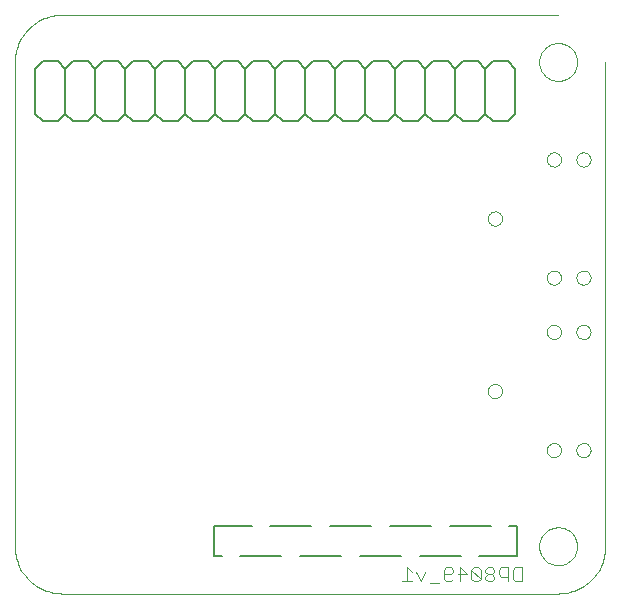
<source format=gbo>
G75*
G70*
%OFA0B0*%
%FSLAX24Y24*%
%IPPOS*%
%LPD*%
%AMOC8*
5,1,8,0,0,1.08239X$1,22.5*
%
%ADD10C,0.0070*%
%ADD11C,0.0060*%
%ADD12C,0.0040*%
%ADD13C,0.0000*%
D10*
X012068Y001758D02*
X012331Y001758D01*
X012068Y001758D02*
X012068Y002742D01*
X013331Y002742D01*
X013918Y002742D02*
X015296Y002742D01*
X015918Y002742D02*
X017296Y002742D01*
X017918Y002742D02*
X019296Y002742D01*
X019918Y002742D02*
X021296Y002742D01*
X021894Y002742D02*
X022146Y002742D01*
X022146Y001758D01*
X020894Y001758D01*
X020296Y001742D02*
X018918Y001742D01*
X018296Y001742D02*
X016918Y001742D01*
X016296Y001742D02*
X014918Y001742D01*
X014296Y001742D02*
X012918Y001742D01*
D11*
X012857Y016250D02*
X012357Y016250D01*
X012107Y016500D01*
X011857Y016250D01*
X011357Y016250D01*
X011107Y016500D01*
X011107Y018000D01*
X010857Y018250D01*
X010357Y018250D01*
X010107Y018000D01*
X010107Y016500D01*
X009857Y016250D01*
X009357Y016250D01*
X009107Y016500D01*
X009107Y018000D01*
X008857Y018250D01*
X008357Y018250D01*
X008107Y018000D01*
X008107Y016500D01*
X008357Y016250D01*
X008857Y016250D01*
X009107Y016500D01*
X008107Y016500D02*
X007857Y016250D01*
X007357Y016250D01*
X007107Y016500D01*
X006857Y016250D01*
X006357Y016250D01*
X006107Y016500D01*
X006107Y018000D01*
X006357Y018250D01*
X006857Y018250D01*
X007107Y018000D01*
X007107Y016500D01*
X007107Y018000D02*
X007357Y018250D01*
X007857Y018250D01*
X008107Y018000D01*
X009107Y018000D02*
X009357Y018250D01*
X009857Y018250D01*
X010107Y018000D01*
X011107Y018000D02*
X011357Y018250D01*
X011857Y018250D01*
X012107Y018000D01*
X012107Y016500D01*
X012857Y016250D02*
X013107Y016500D01*
X013107Y018000D01*
X012857Y018250D01*
X012357Y018250D01*
X012107Y018000D01*
X013107Y018000D02*
X013357Y018250D01*
X013857Y018250D01*
X014107Y018000D01*
X014107Y016500D01*
X014357Y016250D01*
X014857Y016250D01*
X015107Y016500D01*
X015107Y018000D01*
X014857Y018250D01*
X014357Y018250D01*
X014107Y018000D01*
X015107Y018000D02*
X015357Y018250D01*
X015857Y018250D01*
X016107Y018000D01*
X016107Y016500D01*
X015857Y016250D01*
X015357Y016250D01*
X015107Y016500D01*
X014107Y016500D02*
X013857Y016250D01*
X013357Y016250D01*
X013107Y016500D01*
X011107Y016500D02*
X010857Y016250D01*
X010357Y016250D01*
X010107Y016500D01*
X016107Y016500D02*
X016357Y016250D01*
X016857Y016250D01*
X017107Y016500D01*
X017107Y018000D01*
X016857Y018250D01*
X016357Y018250D01*
X016107Y018000D01*
X017107Y018000D02*
X017357Y018250D01*
X017857Y018250D01*
X018107Y018000D01*
X018107Y016500D01*
X017857Y016250D01*
X017357Y016250D01*
X017107Y016500D01*
X018107Y016500D02*
X018357Y016250D01*
X018857Y016250D01*
X019107Y016500D01*
X019107Y018000D01*
X018857Y018250D01*
X018357Y018250D01*
X018107Y018000D01*
X019107Y018000D02*
X019357Y018250D01*
X019857Y018250D01*
X020107Y018000D01*
X020107Y016500D01*
X019857Y016250D01*
X019357Y016250D01*
X019107Y016500D01*
X020107Y016500D02*
X020357Y016250D01*
X020857Y016250D01*
X021107Y016500D01*
X021107Y018000D01*
X020857Y018250D01*
X020357Y018250D01*
X020107Y018000D01*
X021107Y018000D02*
X021357Y018250D01*
X021857Y018250D01*
X022107Y018000D01*
X022107Y016500D01*
X021857Y016250D01*
X021357Y016250D01*
X021107Y016500D01*
D12*
X021176Y001374D02*
X021100Y001297D01*
X021100Y001221D01*
X021176Y001144D01*
X021330Y001144D01*
X021406Y001221D01*
X021406Y001297D01*
X021330Y001374D01*
X021176Y001374D01*
X021100Y001297D01*
X021100Y001221D01*
X021176Y001144D01*
X021100Y001067D01*
X021100Y000990D01*
X021176Y000914D01*
X021330Y000914D01*
X021406Y000990D01*
X021406Y001067D01*
X021330Y001144D01*
X021176Y001144D01*
X021100Y001067D01*
X021100Y000990D01*
X021176Y000914D01*
X021330Y000914D01*
X021406Y000990D01*
X021406Y001067D01*
X021330Y001144D01*
X021406Y001221D01*
X021406Y001297D01*
X021330Y001374D01*
X021176Y001374D01*
X020946Y001297D02*
X020869Y001374D01*
X020716Y001374D01*
X020639Y001297D01*
X020946Y000990D01*
X020869Y000914D01*
X020716Y000914D01*
X020639Y000990D01*
X020639Y001297D01*
X020946Y000990D01*
X020946Y001297D01*
X020869Y001374D01*
X020716Y001374D01*
X020639Y001297D01*
X020639Y000990D01*
X020716Y000914D01*
X020869Y000914D01*
X020946Y000990D01*
X020946Y001297D01*
X020486Y001144D02*
X020179Y001144D01*
X020486Y001144D01*
X020255Y001374D01*
X020255Y000914D01*
X020255Y001374D01*
X020486Y001144D01*
X020025Y001221D02*
X019949Y001144D01*
X019718Y001144D01*
X019949Y001144D01*
X020025Y001221D01*
X020025Y001297D01*
X019949Y001374D01*
X019795Y001374D01*
X019718Y001297D01*
X019718Y000990D01*
X019795Y000914D01*
X019949Y000914D01*
X020025Y000990D01*
X019949Y000914D01*
X019795Y000914D01*
X019718Y000990D01*
X019718Y001297D01*
X019795Y001374D01*
X019949Y001374D01*
X020025Y001297D01*
X020025Y001221D01*
X019565Y000837D02*
X019258Y000837D01*
X019565Y000837D01*
X019104Y001221D02*
X018951Y000914D01*
X018798Y001221D01*
X018951Y000914D01*
X019104Y001221D01*
X018644Y001221D02*
X018491Y001374D01*
X018491Y000914D01*
X018491Y001374D01*
X018644Y001221D01*
X018644Y000914D02*
X018337Y000914D01*
X018644Y000914D01*
X021560Y001144D02*
X021637Y001067D01*
X021867Y001067D01*
X021637Y001067D01*
X021560Y001144D01*
X021560Y001297D01*
X021637Y001374D01*
X021867Y001374D01*
X021867Y000914D01*
X021867Y001374D01*
X021637Y001374D01*
X021560Y001297D01*
X021560Y001144D01*
X022020Y001297D02*
X022020Y000990D01*
X022097Y000914D01*
X022327Y000914D01*
X022327Y001374D01*
X022097Y001374D01*
X022020Y001297D01*
X022097Y001374D01*
X022327Y001374D01*
X022327Y000914D01*
X022097Y000914D01*
X022020Y000990D01*
X022020Y001297D01*
D13*
X005418Y002075D02*
X005418Y018217D01*
X005420Y018294D01*
X005426Y018371D01*
X005435Y018448D01*
X005448Y018524D01*
X005465Y018600D01*
X005486Y018674D01*
X005510Y018748D01*
X005538Y018820D01*
X005569Y018890D01*
X005604Y018959D01*
X005642Y019027D01*
X005683Y019092D01*
X005728Y019155D01*
X005776Y019216D01*
X005826Y019275D01*
X005879Y019331D01*
X005935Y019384D01*
X005994Y019434D01*
X006055Y019482D01*
X006118Y019527D01*
X006183Y019568D01*
X006251Y019606D01*
X006320Y019641D01*
X006390Y019672D01*
X006462Y019700D01*
X006536Y019724D01*
X006610Y019745D01*
X006686Y019762D01*
X006762Y019775D01*
X006839Y019784D01*
X006916Y019790D01*
X006993Y019792D01*
X006993Y019791D02*
X023528Y019791D01*
X022898Y018217D02*
X022900Y018267D01*
X022906Y018317D01*
X022916Y018366D01*
X022930Y018414D01*
X022947Y018461D01*
X022968Y018506D01*
X022993Y018550D01*
X023021Y018591D01*
X023053Y018630D01*
X023087Y018667D01*
X023124Y018701D01*
X023164Y018731D01*
X023206Y018758D01*
X023250Y018782D01*
X023296Y018803D01*
X023343Y018819D01*
X023391Y018832D01*
X023441Y018841D01*
X023490Y018846D01*
X023541Y018847D01*
X023591Y018844D01*
X023640Y018837D01*
X023689Y018826D01*
X023737Y018811D01*
X023783Y018793D01*
X023828Y018771D01*
X023871Y018745D01*
X023912Y018716D01*
X023951Y018684D01*
X023987Y018649D01*
X024019Y018611D01*
X024049Y018571D01*
X024076Y018528D01*
X024099Y018484D01*
X024118Y018438D01*
X024134Y018390D01*
X024146Y018341D01*
X024154Y018292D01*
X024158Y018242D01*
X024158Y018192D01*
X024154Y018142D01*
X024146Y018093D01*
X024134Y018044D01*
X024118Y017996D01*
X024099Y017950D01*
X024076Y017906D01*
X024049Y017863D01*
X024019Y017823D01*
X023987Y017785D01*
X023951Y017750D01*
X023912Y017718D01*
X023871Y017689D01*
X023828Y017663D01*
X023783Y017641D01*
X023737Y017623D01*
X023689Y017608D01*
X023640Y017597D01*
X023591Y017590D01*
X023541Y017587D01*
X023490Y017588D01*
X023441Y017593D01*
X023391Y017602D01*
X023343Y017615D01*
X023296Y017631D01*
X023250Y017652D01*
X023206Y017676D01*
X023164Y017703D01*
X023124Y017733D01*
X023087Y017767D01*
X023053Y017804D01*
X023021Y017843D01*
X022993Y017884D01*
X022968Y017928D01*
X022947Y017973D01*
X022930Y018020D01*
X022916Y018068D01*
X022906Y018117D01*
X022900Y018167D01*
X022898Y018217D01*
X025103Y018217D02*
X025103Y002075D01*
X022898Y002075D02*
X022900Y002125D01*
X022906Y002175D01*
X022916Y002224D01*
X022930Y002272D01*
X022947Y002319D01*
X022968Y002364D01*
X022993Y002408D01*
X023021Y002449D01*
X023053Y002488D01*
X023087Y002525D01*
X023124Y002559D01*
X023164Y002589D01*
X023206Y002616D01*
X023250Y002640D01*
X023296Y002661D01*
X023343Y002677D01*
X023391Y002690D01*
X023441Y002699D01*
X023490Y002704D01*
X023541Y002705D01*
X023591Y002702D01*
X023640Y002695D01*
X023689Y002684D01*
X023737Y002669D01*
X023783Y002651D01*
X023828Y002629D01*
X023871Y002603D01*
X023912Y002574D01*
X023951Y002542D01*
X023987Y002507D01*
X024019Y002469D01*
X024049Y002429D01*
X024076Y002386D01*
X024099Y002342D01*
X024118Y002296D01*
X024134Y002248D01*
X024146Y002199D01*
X024154Y002150D01*
X024158Y002100D01*
X024158Y002050D01*
X024154Y002000D01*
X024146Y001951D01*
X024134Y001902D01*
X024118Y001854D01*
X024099Y001808D01*
X024076Y001764D01*
X024049Y001721D01*
X024019Y001681D01*
X023987Y001643D01*
X023951Y001608D01*
X023912Y001576D01*
X023871Y001547D01*
X023828Y001521D01*
X023783Y001499D01*
X023737Y001481D01*
X023689Y001466D01*
X023640Y001455D01*
X023591Y001448D01*
X023541Y001445D01*
X023490Y001446D01*
X023441Y001451D01*
X023391Y001460D01*
X023343Y001473D01*
X023296Y001489D01*
X023250Y001510D01*
X023206Y001534D01*
X023164Y001561D01*
X023124Y001591D01*
X023087Y001625D01*
X023053Y001662D01*
X023021Y001701D01*
X022993Y001742D01*
X022968Y001786D01*
X022947Y001831D01*
X022930Y001878D01*
X022916Y001926D01*
X022906Y001975D01*
X022900Y002025D01*
X022898Y002075D01*
X023528Y000500D02*
X023605Y000502D01*
X023682Y000508D01*
X023759Y000517D01*
X023835Y000530D01*
X023911Y000547D01*
X023985Y000568D01*
X024059Y000592D01*
X024131Y000620D01*
X024201Y000651D01*
X024270Y000686D01*
X024338Y000724D01*
X024403Y000765D01*
X024466Y000810D01*
X024527Y000858D01*
X024586Y000908D01*
X024642Y000961D01*
X024695Y001017D01*
X024745Y001076D01*
X024793Y001137D01*
X024838Y001200D01*
X024879Y001265D01*
X024917Y001333D01*
X024952Y001402D01*
X024983Y001472D01*
X025011Y001544D01*
X025035Y001618D01*
X025056Y001692D01*
X025073Y001768D01*
X025086Y001844D01*
X025095Y001921D01*
X025101Y001998D01*
X025103Y002075D01*
X023528Y000500D02*
X006993Y000500D01*
X006916Y000502D01*
X006839Y000508D01*
X006762Y000517D01*
X006686Y000530D01*
X006610Y000547D01*
X006536Y000568D01*
X006462Y000592D01*
X006390Y000620D01*
X006320Y000651D01*
X006251Y000686D01*
X006183Y000724D01*
X006118Y000765D01*
X006055Y000810D01*
X005994Y000858D01*
X005935Y000908D01*
X005879Y000961D01*
X005826Y001017D01*
X005776Y001076D01*
X005728Y001137D01*
X005683Y001200D01*
X005642Y001265D01*
X005604Y001333D01*
X005569Y001402D01*
X005538Y001472D01*
X005510Y001544D01*
X005486Y001618D01*
X005465Y001692D01*
X005448Y001768D01*
X005435Y001844D01*
X005426Y001921D01*
X005420Y001998D01*
X005418Y002075D01*
X021187Y007250D02*
X021189Y007280D01*
X021195Y007310D01*
X021204Y007339D01*
X021217Y007366D01*
X021234Y007391D01*
X021253Y007414D01*
X021276Y007435D01*
X021301Y007452D01*
X021327Y007466D01*
X021356Y007476D01*
X021385Y007483D01*
X021415Y007486D01*
X021446Y007485D01*
X021476Y007480D01*
X021505Y007471D01*
X021532Y007459D01*
X021558Y007444D01*
X021582Y007425D01*
X021603Y007403D01*
X021621Y007379D01*
X021636Y007352D01*
X021647Y007324D01*
X021655Y007295D01*
X021659Y007265D01*
X021659Y007235D01*
X021655Y007205D01*
X021647Y007176D01*
X021636Y007148D01*
X021621Y007121D01*
X021603Y007097D01*
X021582Y007075D01*
X021558Y007056D01*
X021532Y007041D01*
X021505Y007029D01*
X021476Y007020D01*
X021446Y007015D01*
X021415Y007014D01*
X021385Y007017D01*
X021356Y007024D01*
X021327Y007034D01*
X021301Y007048D01*
X021276Y007065D01*
X021253Y007086D01*
X021234Y007109D01*
X021217Y007134D01*
X021204Y007161D01*
X021195Y007190D01*
X021189Y007220D01*
X021187Y007250D01*
X023156Y005281D02*
X023158Y005311D01*
X023164Y005341D01*
X023173Y005370D01*
X023186Y005397D01*
X023203Y005422D01*
X023222Y005445D01*
X023245Y005466D01*
X023270Y005483D01*
X023296Y005497D01*
X023325Y005507D01*
X023354Y005514D01*
X023384Y005517D01*
X023415Y005516D01*
X023445Y005511D01*
X023474Y005502D01*
X023501Y005490D01*
X023527Y005475D01*
X023551Y005456D01*
X023572Y005434D01*
X023590Y005410D01*
X023605Y005383D01*
X023616Y005355D01*
X023624Y005326D01*
X023628Y005296D01*
X023628Y005266D01*
X023624Y005236D01*
X023616Y005207D01*
X023605Y005179D01*
X023590Y005152D01*
X023572Y005128D01*
X023551Y005106D01*
X023527Y005087D01*
X023501Y005072D01*
X023474Y005060D01*
X023445Y005051D01*
X023415Y005046D01*
X023384Y005045D01*
X023354Y005048D01*
X023325Y005055D01*
X023296Y005065D01*
X023270Y005079D01*
X023245Y005096D01*
X023222Y005117D01*
X023203Y005140D01*
X023186Y005165D01*
X023173Y005192D01*
X023164Y005221D01*
X023158Y005251D01*
X023156Y005281D01*
X024140Y005281D02*
X024142Y005311D01*
X024148Y005341D01*
X024157Y005370D01*
X024170Y005397D01*
X024187Y005422D01*
X024206Y005445D01*
X024229Y005466D01*
X024254Y005483D01*
X024280Y005497D01*
X024309Y005507D01*
X024338Y005514D01*
X024368Y005517D01*
X024399Y005516D01*
X024429Y005511D01*
X024458Y005502D01*
X024485Y005490D01*
X024511Y005475D01*
X024535Y005456D01*
X024556Y005434D01*
X024574Y005410D01*
X024589Y005383D01*
X024600Y005355D01*
X024608Y005326D01*
X024612Y005296D01*
X024612Y005266D01*
X024608Y005236D01*
X024600Y005207D01*
X024589Y005179D01*
X024574Y005152D01*
X024556Y005128D01*
X024535Y005106D01*
X024511Y005087D01*
X024485Y005072D01*
X024458Y005060D01*
X024429Y005051D01*
X024399Y005046D01*
X024368Y005045D01*
X024338Y005048D01*
X024309Y005055D01*
X024280Y005065D01*
X024254Y005079D01*
X024229Y005096D01*
X024206Y005117D01*
X024187Y005140D01*
X024170Y005165D01*
X024157Y005192D01*
X024148Y005221D01*
X024142Y005251D01*
X024140Y005281D01*
X024140Y009219D02*
X024142Y009249D01*
X024148Y009279D01*
X024157Y009308D01*
X024170Y009335D01*
X024187Y009360D01*
X024206Y009383D01*
X024229Y009404D01*
X024254Y009421D01*
X024280Y009435D01*
X024309Y009445D01*
X024338Y009452D01*
X024368Y009455D01*
X024399Y009454D01*
X024429Y009449D01*
X024458Y009440D01*
X024485Y009428D01*
X024511Y009413D01*
X024535Y009394D01*
X024556Y009372D01*
X024574Y009348D01*
X024589Y009321D01*
X024600Y009293D01*
X024608Y009264D01*
X024612Y009234D01*
X024612Y009204D01*
X024608Y009174D01*
X024600Y009145D01*
X024589Y009117D01*
X024574Y009090D01*
X024556Y009066D01*
X024535Y009044D01*
X024511Y009025D01*
X024485Y009010D01*
X024458Y008998D01*
X024429Y008989D01*
X024399Y008984D01*
X024368Y008983D01*
X024338Y008986D01*
X024309Y008993D01*
X024280Y009003D01*
X024254Y009017D01*
X024229Y009034D01*
X024206Y009055D01*
X024187Y009078D01*
X024170Y009103D01*
X024157Y009130D01*
X024148Y009159D01*
X024142Y009189D01*
X024140Y009219D01*
X023156Y009219D02*
X023158Y009249D01*
X023164Y009279D01*
X023173Y009308D01*
X023186Y009335D01*
X023203Y009360D01*
X023222Y009383D01*
X023245Y009404D01*
X023270Y009421D01*
X023296Y009435D01*
X023325Y009445D01*
X023354Y009452D01*
X023384Y009455D01*
X023415Y009454D01*
X023445Y009449D01*
X023474Y009440D01*
X023501Y009428D01*
X023527Y009413D01*
X023551Y009394D01*
X023572Y009372D01*
X023590Y009348D01*
X023605Y009321D01*
X023616Y009293D01*
X023624Y009264D01*
X023628Y009234D01*
X023628Y009204D01*
X023624Y009174D01*
X023616Y009145D01*
X023605Y009117D01*
X023590Y009090D01*
X023572Y009066D01*
X023551Y009044D01*
X023527Y009025D01*
X023501Y009010D01*
X023474Y008998D01*
X023445Y008989D01*
X023415Y008984D01*
X023384Y008983D01*
X023354Y008986D01*
X023325Y008993D01*
X023296Y009003D01*
X023270Y009017D01*
X023245Y009034D01*
X023222Y009055D01*
X023203Y009078D01*
X023186Y009103D01*
X023173Y009130D01*
X023164Y009159D01*
X023158Y009189D01*
X023156Y009219D01*
X023156Y011031D02*
X023158Y011061D01*
X023164Y011091D01*
X023173Y011120D01*
X023186Y011147D01*
X023203Y011172D01*
X023222Y011195D01*
X023245Y011216D01*
X023270Y011233D01*
X023296Y011247D01*
X023325Y011257D01*
X023354Y011264D01*
X023384Y011267D01*
X023415Y011266D01*
X023445Y011261D01*
X023474Y011252D01*
X023501Y011240D01*
X023527Y011225D01*
X023551Y011206D01*
X023572Y011184D01*
X023590Y011160D01*
X023605Y011133D01*
X023616Y011105D01*
X023624Y011076D01*
X023628Y011046D01*
X023628Y011016D01*
X023624Y010986D01*
X023616Y010957D01*
X023605Y010929D01*
X023590Y010902D01*
X023572Y010878D01*
X023551Y010856D01*
X023527Y010837D01*
X023501Y010822D01*
X023474Y010810D01*
X023445Y010801D01*
X023415Y010796D01*
X023384Y010795D01*
X023354Y010798D01*
X023325Y010805D01*
X023296Y010815D01*
X023270Y010829D01*
X023245Y010846D01*
X023222Y010867D01*
X023203Y010890D01*
X023186Y010915D01*
X023173Y010942D01*
X023164Y010971D01*
X023158Y011001D01*
X023156Y011031D01*
X024140Y011031D02*
X024142Y011061D01*
X024148Y011091D01*
X024157Y011120D01*
X024170Y011147D01*
X024187Y011172D01*
X024206Y011195D01*
X024229Y011216D01*
X024254Y011233D01*
X024280Y011247D01*
X024309Y011257D01*
X024338Y011264D01*
X024368Y011267D01*
X024399Y011266D01*
X024429Y011261D01*
X024458Y011252D01*
X024485Y011240D01*
X024511Y011225D01*
X024535Y011206D01*
X024556Y011184D01*
X024574Y011160D01*
X024589Y011133D01*
X024600Y011105D01*
X024608Y011076D01*
X024612Y011046D01*
X024612Y011016D01*
X024608Y010986D01*
X024600Y010957D01*
X024589Y010929D01*
X024574Y010902D01*
X024556Y010878D01*
X024535Y010856D01*
X024511Y010837D01*
X024485Y010822D01*
X024458Y010810D01*
X024429Y010801D01*
X024399Y010796D01*
X024368Y010795D01*
X024338Y010798D01*
X024309Y010805D01*
X024280Y010815D01*
X024254Y010829D01*
X024229Y010846D01*
X024206Y010867D01*
X024187Y010890D01*
X024170Y010915D01*
X024157Y010942D01*
X024148Y010971D01*
X024142Y011001D01*
X024140Y011031D01*
X021187Y013000D02*
X021189Y013030D01*
X021195Y013060D01*
X021204Y013089D01*
X021217Y013116D01*
X021234Y013141D01*
X021253Y013164D01*
X021276Y013185D01*
X021301Y013202D01*
X021327Y013216D01*
X021356Y013226D01*
X021385Y013233D01*
X021415Y013236D01*
X021446Y013235D01*
X021476Y013230D01*
X021505Y013221D01*
X021532Y013209D01*
X021558Y013194D01*
X021582Y013175D01*
X021603Y013153D01*
X021621Y013129D01*
X021636Y013102D01*
X021647Y013074D01*
X021655Y013045D01*
X021659Y013015D01*
X021659Y012985D01*
X021655Y012955D01*
X021647Y012926D01*
X021636Y012898D01*
X021621Y012871D01*
X021603Y012847D01*
X021582Y012825D01*
X021558Y012806D01*
X021532Y012791D01*
X021505Y012779D01*
X021476Y012770D01*
X021446Y012765D01*
X021415Y012764D01*
X021385Y012767D01*
X021356Y012774D01*
X021327Y012784D01*
X021301Y012798D01*
X021276Y012815D01*
X021253Y012836D01*
X021234Y012859D01*
X021217Y012884D01*
X021204Y012911D01*
X021195Y012940D01*
X021189Y012970D01*
X021187Y013000D01*
X023156Y014969D02*
X023158Y014999D01*
X023164Y015029D01*
X023173Y015058D01*
X023186Y015085D01*
X023203Y015110D01*
X023222Y015133D01*
X023245Y015154D01*
X023270Y015171D01*
X023296Y015185D01*
X023325Y015195D01*
X023354Y015202D01*
X023384Y015205D01*
X023415Y015204D01*
X023445Y015199D01*
X023474Y015190D01*
X023501Y015178D01*
X023527Y015163D01*
X023551Y015144D01*
X023572Y015122D01*
X023590Y015098D01*
X023605Y015071D01*
X023616Y015043D01*
X023624Y015014D01*
X023628Y014984D01*
X023628Y014954D01*
X023624Y014924D01*
X023616Y014895D01*
X023605Y014867D01*
X023590Y014840D01*
X023572Y014816D01*
X023551Y014794D01*
X023527Y014775D01*
X023501Y014760D01*
X023474Y014748D01*
X023445Y014739D01*
X023415Y014734D01*
X023384Y014733D01*
X023354Y014736D01*
X023325Y014743D01*
X023296Y014753D01*
X023270Y014767D01*
X023245Y014784D01*
X023222Y014805D01*
X023203Y014828D01*
X023186Y014853D01*
X023173Y014880D01*
X023164Y014909D01*
X023158Y014939D01*
X023156Y014969D01*
X024140Y014969D02*
X024142Y014999D01*
X024148Y015029D01*
X024157Y015058D01*
X024170Y015085D01*
X024187Y015110D01*
X024206Y015133D01*
X024229Y015154D01*
X024254Y015171D01*
X024280Y015185D01*
X024309Y015195D01*
X024338Y015202D01*
X024368Y015205D01*
X024399Y015204D01*
X024429Y015199D01*
X024458Y015190D01*
X024485Y015178D01*
X024511Y015163D01*
X024535Y015144D01*
X024556Y015122D01*
X024574Y015098D01*
X024589Y015071D01*
X024600Y015043D01*
X024608Y015014D01*
X024612Y014984D01*
X024612Y014954D01*
X024608Y014924D01*
X024600Y014895D01*
X024589Y014867D01*
X024574Y014840D01*
X024556Y014816D01*
X024535Y014794D01*
X024511Y014775D01*
X024485Y014760D01*
X024458Y014748D01*
X024429Y014739D01*
X024399Y014734D01*
X024368Y014733D01*
X024338Y014736D01*
X024309Y014743D01*
X024280Y014753D01*
X024254Y014767D01*
X024229Y014784D01*
X024206Y014805D01*
X024187Y014828D01*
X024170Y014853D01*
X024157Y014880D01*
X024148Y014909D01*
X024142Y014939D01*
X024140Y014969D01*
M02*

</source>
